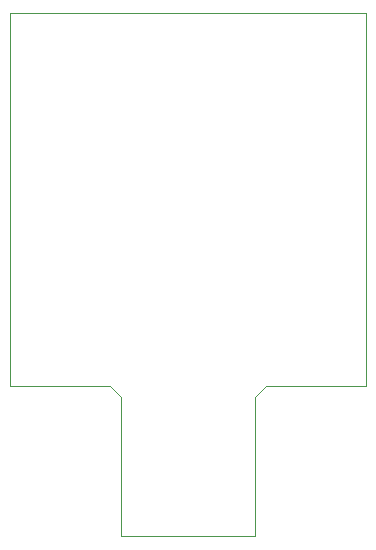
<source format=gbr>
%FSLAX34Y34*%
G04 Gerber Fmt 3.4, Leading zero omitted, Abs format*
G04 (created by PCBNEW (2013-12-14 BZR 4555)-product) date Wed 05 Mar 2014 15:38:07 EST*
%MOIN*%
G01*
G70*
G90*
G04 APERTURE LIST*
%ADD10C,0.005906*%
%ADD11C,0.003937*%
G04 APERTURE END LIST*
G54D10*
G54D11*
X8212Y4661D02*
X8212Y19D01*
X11913Y5015D02*
X8566Y5015D01*
X8212Y4661D02*
X8566Y5015D01*
X11913Y17456D02*
X11913Y5015D01*
X23Y17456D02*
X11913Y17456D01*
X23Y5015D02*
X23Y17456D01*
X3374Y5015D02*
X23Y5015D01*
X3728Y4661D02*
X3374Y5015D01*
X3728Y19D02*
X3728Y4661D01*
X3728Y19D02*
X8212Y19D01*
M02*

</source>
